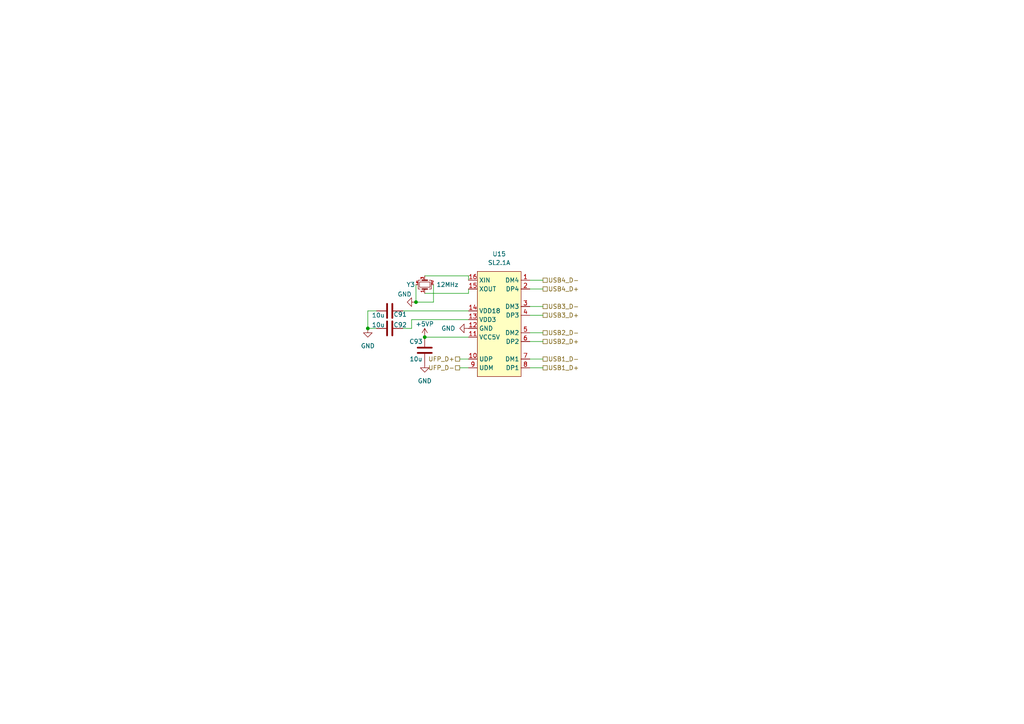
<source format=kicad_sch>
(kicad_sch (version 20231120) (generator "eeschema") (generator_version "8.0")
  (paper "A4")
  (lib_symbols
    (symbol "Device:C" (pin_numbers hide) (pin_names (offset 0.254))
      (property "Reference" "C" (at 0.635 2.54 0))
      (property "Value" "C" (at 0.635 -2.54 0))
      (symbol "C_0_1"
        (polyline (pts (xy -2.032 -0.762) (xy 2.032 -0.762)) (stroke (width 0.508)))
        (polyline (pts (xy -2.032 0.762) (xy 2.032 0.762)) (stroke (width 0.508)))
      )
      (symbol "C_1_1"
        (pin passive line (at 0 3.81 270) (length 2.794) (name "~") (number "1"))
        (pin passive line (at 0 -3.81 90) (length 2.794) (name "~") (number "2"))
      )
    )
    (symbol "Device:Crystal_GND24_Small" (pin_names (offset 1.016) hide)
      (property "Reference" "Y" (at 1.27 4.445 0))
      (property "Value" "Crystal_GND24_Small" (at 1.27 2.54 0))
      (symbol "Crystal_GND24_Small_0_1"
        (rectangle (start -0.762 -1.524) (end 0.762 1.524))
        (polyline (pts (xy -1.27 -0.762) (xy -1.27 0.762)) (stroke (width 0.381)))
        (polyline (pts (xy 1.27 -0.762) (xy 1.27 0.762)) (stroke (width 0.381)))
        (polyline (pts (xy -1.27 -1.27) (xy -1.27 -1.905) (xy 1.27 -1.905) (xy 1.27 -1.27)))
        (polyline (pts (xy -1.27 1.27) (xy -1.27 1.905) (xy 1.27 1.905) (xy 1.27 1.27)))
      )
      (symbol "Crystal_GND24_Small_1_1"
        (pin passive line (at -2.54 0 0) (length 1.27) (name "1") (number "1"))
        (pin passive line (at 0 -2.54 90) (length 0.635) (name "2") (number "2"))
        (pin passive line (at 2.54 0 180) (length 1.27) (name "3") (number "3"))
        (pin passive line (at 0 2.54 270) (length 0.635) (name "4") (number "4"))
      )
    )
    (symbol "H616_lib:SL2.1A"
      (property "Reference" "U" (at 0 0 0))
      (property "Value" "SL2.1A" (at 0 0 0))
      (symbol "SL2.1A_1_1"
        (rectangle (start -6.35 -1.27) (end 6.35 -31.75) (fill (type background)))
        (pin input line (at -8.89 -3.81 0) (length 2.54) (name "DM4") (number "1"))
        (pin input line (at 8.89 -26.67 180) (length 2.54) (name "UDP") (number "10"))
        (pin input line (at 8.89 -20.32 180) (length 2.54) (name "VCC5V") (number "11"))
        (pin input line (at 8.89 -17.78 180) (length 2.54) (name "GND") (number "12"))
        (pin input line (at 8.89 -15.24 180) (length 2.54) (name "VDD3") (number "13"))
        (pin input line (at 8.89 -12.7 180) (length 2.54) (name "VDD18") (number "14"))
        (pin input line (at 8.89 -6.35 180) (length 2.54) (name "XOUT") (number "15"))
        (pin input line (at 8.89 -3.81 180) (length 2.54) (name "XIN") (number "16"))
        (pin input line (at -8.89 -6.35 0) (length 2.54) (name "DP4") (number "2"))
        (pin input line (at -8.89 -11.43 0) (length 2.54) (name "DM3") (number "3"))
        (pin input line (at -8.89 -13.97 0) (length 2.54) (name "DP3") (number "4"))
        (pin input line (at -8.89 -19.05 0) (length 2.54) (name "DM2") (number "5"))
        (pin input line (at -8.89 -21.59 0) (length 2.54) (name "DP2") (number "6"))
        (pin input line (at -8.89 -26.67 0) (length 2.54) (name "DM1") (number "7"))
        (pin input line (at -8.89 -29.21 0) (length 2.54) (name "DP1") (number "8"))
        (pin input line (at 8.89 -29.21 180) (length 2.54) (name "UDM") (number "9"))
      )
    )
    (symbol "power:+5VP" (power) (pin_names (offset 0))
      (property "Value" "+5VP" (at 0 3.556 0))
      (symbol "+5VP_0_1"
        (polyline (pts (xy -0.762 1.27) (xy 0 2.54)))
        (polyline (pts (xy 0 0) (xy 0 2.54)))
        (polyline (pts (xy 0 2.54) (xy 0.762 1.27)))
      )
      (symbol "+5VP_1_1"
        (pin power_in line (at 0 0 90) (length 0) hide (name "+5VP") (number "1"))
      )
    )
    (symbol "power:GND" (power) (pin_names (offset 0))
      (property "Value" "GND" (at 0 -3.81 0))
      (symbol "GND_0_1"
        (polyline (pts (xy 0 0) (xy 0 -1.27) (xy 1.27 -1.27) (xy 0 -2.54) (xy -1.27 -1.27) (xy 0 -1.27)))
      )
      (symbol "GND_1_1"
        (pin power_in line (at 0 0 270) (length 0) hide (name "GND") (number "1"))
      )
    )
  )
  (junction (at 106.68 95.25))
  (junction (at 123.19 97.79))
  (junction (at 120.65 87.63))
  (wire (pts (xy 106.68 90.17) (xy 109.22 90.17)))
  (wire (pts (xy 135.89 83.82) (xy 135.89 85.09)))
  (wire (pts (xy 106.68 95.25) (xy 109.22 95.25)))
  (wire (pts (xy 120.65 87.63) (xy 125.73 87.63)))
  (wire (pts (xy 119.38 95.25) (xy 119.38 92.71)))
  (wire (pts (xy 157.48 83.82) (xy 153.67 83.82)))
  (wire (pts (xy 106.68 90.17) (xy 106.68 95.25)))
  (wire (pts (xy 157.48 99.06) (xy 153.67 99.06)))
  (wire (pts (xy 125.73 82.55) (xy 125.73 87.63)))
  (wire (pts (xy 157.48 104.14) (xy 153.67 104.14)))
  (wire (pts (xy 123.19 80.01) (xy 135.89 80.01)))
  (wire (pts (xy 157.48 81.28) (xy 153.67 81.28)))
  (wire (pts (xy 157.48 106.68) (xy 153.67 106.68)))
  (wire (pts (xy 135.89 85.09) (xy 123.19 85.09)))
  (wire (pts (xy 120.65 87.63) (xy 120.65 82.55)))
  (wire (pts (xy 133.35 106.68) (xy 135.89 106.68)))
  (wire (pts (xy 157.48 88.9) (xy 153.67 88.9)))
  (wire (pts (xy 123.19 97.79) (xy 135.89 97.79)))
  (wire (pts (xy 119.38 92.71) (xy 135.89 92.71)))
  (wire (pts (xy 116.84 95.25) (xy 119.38 95.25)))
  (wire (pts (xy 116.84 90.17) (xy 135.89 90.17)))
  (wire (pts (xy 135.89 80.01) (xy 135.89 81.28)))
  (wire (pts (xy 133.35 104.14) (xy 135.89 104.14)))
  (wire (pts (xy 157.48 91.44) (xy 153.67 91.44)))
  (wire (pts (xy 157.48 96.52) (xy 153.67 96.52)))
  (hierarchical_label "USB3_D+" (shape passive) (at 157.48 91.44 0))
  (hierarchical_label "USB2_D-" (shape passive) (at 157.48 96.52 0))
  (hierarchical_label "USB4_D-" (shape passive) (at 157.48 81.28 0))
  (hierarchical_label "USB4_D+" (shape passive) (at 157.48 83.82 0))
  (hierarchical_label "UFP_D+" (shape passive) (at 133.35 104.14 180))
  (hierarchical_label "USB1_D-" (shape passive) (at 157.48 104.14 0))
  (hierarchical_label "USB2_D+" (shape passive) (at 157.48 99.06 0))
  (hierarchical_label "UFP_D-" (shape passive) (at 133.35 106.68 180))
  (hierarchical_label "USB3_D-" (shape passive) (at 157.48 88.9 0))
  (hierarchical_label "USB1_D+" (shape passive) (at 157.48 106.68 0))
  (symbol (lib_id "Device:C") (at 113.03 90.17 270) (unit 1)
    (property "Reference" "C91" (at 116.078 91.186 90))
    (property "Value" "10u" (at 109.728 91.44 90))
    (property "Footprint" "Capacitor_SMD:C_0402_1005Metric_Pad0.74x0.62mm_HandSolder" (effects (hide yes)))
    (property "Manufacturer" "Murata Electronics" (effects (hide yes)))
    (property "Part Number" "GRM155R61A106ME44D" (effects (hide yes)))
  )
  (symbol (lib_id "power:GND") (at 123.19 105.41 0) (unit 1)
    (property "Reference" "#PWR0141" (effects (hide yes)))
    (property "Value" "GND" (at 123.19 110.49 0))
  )
  (symbol (lib_id "power:GND") (at 120.65 87.63 270) (unit 1)
    (property "Reference" "#PWR0138" (effects (hide yes)))
    (property "Value" "GND" (at 119.38 85.344 90) (effects (justify right)))
  )
  (symbol (lib_id "Device:C") (at 123.19 101.6 0) (mirror y) (unit 1)
    (property "Reference" "C93" (at 120.65 99.06 0))
    (property "Value" "10u" (at 120.65 104.14 0))
    (property "Footprint" "Capacitor_SMD:C_0402_1005Metric_Pad0.74x0.62mm_HandSolder" (effects (hide yes)))
    (property "Manufacturer" "Murata Electronics" (effects (hide yes)))
    (property "Part Number" "GRM155R61A106ME44D" (effects (hide yes)))
  )
  (symbol (lib_id "power:GND") (at 135.89 95.25 270) (unit 1)
    (property "Reference" "#PWR0140" (effects (hide yes)))
    (property "Value" "GND" (at 132.08 95.2499 90) (effects (justify right)))
  )
  (symbol (lib_id "H616_lib:SL2.1A") (at 144.78 77.47 0) (mirror y) (unit 1)
    (property "Reference" "U15" (at 144.78 73.66 0))
    (property "Value" "SL2.1A" (at 144.78 76.2 0))
    (property "Footprint" "Package_SO:SO-16_3.9x9.9mm_P1.27mm" (effects (hide yes)))
    (property "Manufacturer" "CoreChips" (effects (hide yes)))
    (property "Part Number" "SL2.1A" (effects (hide yes)))
  )
  (symbol (lib_id "Device:Crystal_GND24_Small") (at 123.19 82.55 90) (unit 1)
    (property "Reference" "Y3" (at 119.126 82.55 90))
    (property "Value" "12MHz" (at 129.794 82.55 90))
    (property "Footprint" "Crystal:Crystal_SMD_2520-4Pin_2.5x2.0mm" (effects (hide yes)))
    (property "Manufacturer" "Yajingxin" (effects (hide yes)))
    (property "Part Number" "TXM12M0004252FBCEO00T" (effects (hide yes)))
  )
  (symbol (lib_id "power:GND") (at 106.68 95.25 0) (unit 1)
    (property "Reference" "#PWR0139" (effects (hide yes)))
    (property "Value" "GND" (at 106.68 100.33 0))
  )
  (symbol (lib_id "Device:C") (at 113.03 95.25 270) (unit 1)
    (property "Reference" "C92" (at 116.078 94.234 90))
    (property "Value" "10u" (at 109.728 94.234 90))
    (property "Footprint" "Capacitor_SMD:C_0402_1005Metric_Pad0.74x0.62mm_HandSolder" (effects (hide yes)))
    (property "Manufacturer" "Murata Electronics" (effects (hide yes)))
    (property "Part Number" "GRM155R61A106ME44D" (effects (hide yes)))
  )
  (symbol (lib_id "power:+5VP") (at 123.19 97.79 0) (unit 1)
    (property "Reference" "#PWR0142" (effects (hide yes)))
    (property "Value" "+5VP" (at 123.19 93.98 0))
  )
)
</source>
